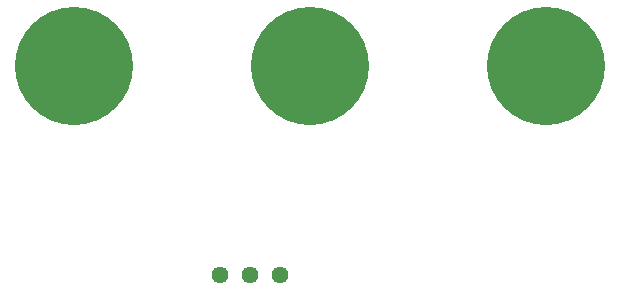
<source format=gbr>
%TF.GenerationSoftware,KiCad,Pcbnew,(6.0.8-1)-1*%
%TF.CreationDate,2022-11-06T16:40:48+01:00*%
%TF.ProjectId,shunt_regulator,7368756e-745f-4726-9567-756c61746f72,rev?*%
%TF.SameCoordinates,Original*%
%TF.FileFunction,Soldermask,Bot*%
%TF.FilePolarity,Negative*%
%FSLAX46Y46*%
G04 Gerber Fmt 4.6, Leading zero omitted, Abs format (unit mm)*
G04 Created by KiCad (PCBNEW (6.0.8-1)-1) date 2022-11-06 16:40:48*
%MOMM*%
%LPD*%
G01*
G04 APERTURE LIST*
%ADD10C,1.440000*%
%ADD11C,10.000000*%
G04 APERTURE END LIST*
D10*
%TO.C,RV1*%
X-7630000Y-17669000D03*
X-5090000Y-17669000D03*
X-2550000Y-17669000D03*
%TD*%
D11*
%TO.C,J1*%
X-20000000Y0D03*
X0Y0D03*
X20000000Y0D03*
%TD*%
M02*

</source>
